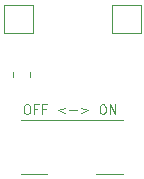
<source format=gbr>
%TF.GenerationSoftware,KiCad,Pcbnew,9.0.7*%
%TF.CreationDate,2026-02-11T18:54:05-08:00*%
%TF.ProjectId,gbsc-vgaswitch,67627363-2d76-4676-9173-77697463682e,rev?*%
%TF.SameCoordinates,Original*%
%TF.FileFunction,Legend,Top*%
%TF.FilePolarity,Positive*%
%FSLAX46Y46*%
G04 Gerber Fmt 4.6, Leading zero omitted, Abs format (unit mm)*
G04 Created by KiCad (PCBNEW 9.0.7) date 2026-02-11 18:54:05*
%MOMM*%
%LPD*%
G01*
G04 APERTURE LIST*
%ADD10C,0.100000*%
%ADD11C,0.120000*%
G04 APERTURE END LIST*
D10*
X133758646Y-98156895D02*
X133911027Y-98156895D01*
X133911027Y-98156895D02*
X133987217Y-98194990D01*
X133987217Y-98194990D02*
X134063408Y-98271180D01*
X134063408Y-98271180D02*
X134101503Y-98423561D01*
X134101503Y-98423561D02*
X134101503Y-98690228D01*
X134101503Y-98690228D02*
X134063408Y-98842609D01*
X134063408Y-98842609D02*
X133987217Y-98918800D01*
X133987217Y-98918800D02*
X133911027Y-98956895D01*
X133911027Y-98956895D02*
X133758646Y-98956895D01*
X133758646Y-98956895D02*
X133682455Y-98918800D01*
X133682455Y-98918800D02*
X133606265Y-98842609D01*
X133606265Y-98842609D02*
X133568169Y-98690228D01*
X133568169Y-98690228D02*
X133568169Y-98423561D01*
X133568169Y-98423561D02*
X133606265Y-98271180D01*
X133606265Y-98271180D02*
X133682455Y-98194990D01*
X133682455Y-98194990D02*
X133758646Y-98156895D01*
X134711026Y-98537847D02*
X134444360Y-98537847D01*
X134444360Y-98956895D02*
X134444360Y-98156895D01*
X134444360Y-98156895D02*
X134825312Y-98156895D01*
X135396740Y-98537847D02*
X135130074Y-98537847D01*
X135130074Y-98956895D02*
X135130074Y-98156895D01*
X135130074Y-98156895D02*
X135511026Y-98156895D01*
X137034836Y-98423561D02*
X136425312Y-98652133D01*
X136425312Y-98652133D02*
X137034836Y-98880704D01*
X137415788Y-98652133D02*
X138025312Y-98652133D01*
X138406264Y-98423561D02*
X139015788Y-98652133D01*
X139015788Y-98652133D02*
X138406264Y-98880704D01*
X140158645Y-98156895D02*
X140311026Y-98156895D01*
X140311026Y-98156895D02*
X140387216Y-98194990D01*
X140387216Y-98194990D02*
X140463407Y-98271180D01*
X140463407Y-98271180D02*
X140501502Y-98423561D01*
X140501502Y-98423561D02*
X140501502Y-98690228D01*
X140501502Y-98690228D02*
X140463407Y-98842609D01*
X140463407Y-98842609D02*
X140387216Y-98918800D01*
X140387216Y-98918800D02*
X140311026Y-98956895D01*
X140311026Y-98956895D02*
X140158645Y-98956895D01*
X140158645Y-98956895D02*
X140082454Y-98918800D01*
X140082454Y-98918800D02*
X140006264Y-98842609D01*
X140006264Y-98842609D02*
X139968168Y-98690228D01*
X139968168Y-98690228D02*
X139968168Y-98423561D01*
X139968168Y-98423561D02*
X140006264Y-98271180D01*
X140006264Y-98271180D02*
X140082454Y-98194990D01*
X140082454Y-98194990D02*
X140158645Y-98156895D01*
X140844359Y-98956895D02*
X140844359Y-98156895D01*
X140844359Y-98156895D02*
X141301502Y-98956895D01*
X141301502Y-98956895D02*
X141301502Y-98156895D01*
D11*
%TO.C,SW1*%
X133350000Y-99450000D02*
X141950000Y-99450000D01*
X133350000Y-104050000D02*
X135550000Y-104050000D01*
X139650000Y-104050000D02*
X141950000Y-104050000D01*
%TO.C,J1*%
X141040000Y-89732000D02*
X143440000Y-89732000D01*
X141040000Y-92132000D02*
X141040000Y-89732000D01*
X143440000Y-89732000D02*
X143440000Y-92132000D01*
X143440000Y-92132000D02*
X141040000Y-92132000D01*
%TO.C,J2*%
X131896000Y-89732000D02*
X134296000Y-89732000D01*
X131896000Y-92132000D02*
X131896000Y-89732000D01*
X134296000Y-89732000D02*
X134296000Y-92132000D01*
X134296000Y-92132000D02*
X131896000Y-92132000D01*
%TO.C,R1*%
X132615000Y-95403936D02*
X132615000Y-95858064D01*
X134085000Y-95403936D02*
X134085000Y-95858064D01*
%TD*%
M02*

</source>
